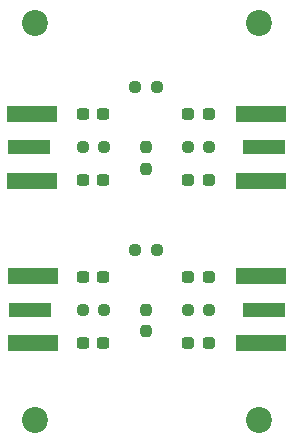
<source format=gbr>
%TF.GenerationSoftware,KiCad,Pcbnew,8.0.5-8.0.5-0~ubuntu22.04.1*%
%TF.CreationDate,2025-01-06T18:32:54-03:00*%
%TF.ProjectId,preenfasis,70726565-6e66-4617-9369-732e6b696361,v1.0*%
%TF.SameCoordinates,Original*%
%TF.FileFunction,Soldermask,Top*%
%TF.FilePolarity,Negative*%
%FSLAX46Y46*%
G04 Gerber Fmt 4.6, Leading zero omitted, Abs format (unit mm)*
G04 Created by KiCad (PCBNEW 8.0.5-8.0.5-0~ubuntu22.04.1) date 2025-01-06 18:32:54*
%MOMM*%
%LPD*%
G01*
G04 APERTURE LIST*
G04 Aperture macros list*
%AMRoundRect*
0 Rectangle with rounded corners*
0 $1 Rounding radius*
0 $2 $3 $4 $5 $6 $7 $8 $9 X,Y pos of 4 corners*
0 Add a 4 corners polygon primitive as box body*
4,1,4,$2,$3,$4,$5,$6,$7,$8,$9,$2,$3,0*
0 Add four circle primitives for the rounded corners*
1,1,$1+$1,$2,$3*
1,1,$1+$1,$4,$5*
1,1,$1+$1,$6,$7*
1,1,$1+$1,$8,$9*
0 Add four rect primitives between the rounded corners*
20,1,$1+$1,$2,$3,$4,$5,0*
20,1,$1+$1,$4,$5,$6,$7,0*
20,1,$1+$1,$6,$7,$8,$9,0*
20,1,$1+$1,$8,$9,$2,$3,0*%
G04 Aperture macros list end*
%ADD10RoundRect,0.237500X-0.287500X-0.237500X0.287500X-0.237500X0.287500X0.237500X-0.287500X0.237500X0*%
%ADD11RoundRect,0.237500X-0.250000X-0.237500X0.250000X-0.237500X0.250000X0.237500X-0.250000X0.237500X0*%
%ADD12C,2.200000*%
%ADD13RoundRect,0.237500X-0.237500X0.250000X-0.237500X-0.250000X0.237500X-0.250000X0.237500X0.250000X0*%
%ADD14R,3.600000X1.270000*%
%ADD15R,4.200000X1.350000*%
%ADD16RoundRect,0.237500X-0.300000X-0.237500X0.300000X-0.237500X0.300000X0.237500X-0.300000X0.237500X0*%
G04 APERTURE END LIST*
D10*
%TO.C,L2*%
X115965000Y-90424000D03*
X117715000Y-90424000D03*
%TD*%
D11*
%TO.C,R7*%
X107037500Y-73890500D03*
X108862500Y-73890500D03*
%TD*%
D12*
%TO.C,H3*%
X122000000Y-63390500D03*
%TD*%
D10*
%TO.C,L1*%
X115965000Y-84836000D03*
X117715000Y-84836000D03*
%TD*%
D11*
%TO.C,R8*%
X115927500Y-73890500D03*
X117752500Y-73890500D03*
%TD*%
%TO.C,R4*%
X115927500Y-87630000D03*
X117752500Y-87630000D03*
%TD*%
D13*
%TO.C,R2*%
X112395000Y-87630000D03*
X112395000Y-89455000D03*
%TD*%
D12*
%TO.C,H4*%
X103000000Y-63390500D03*
%TD*%
D14*
%TO.C,J3*%
X102543000Y-73890500D03*
D15*
X102743000Y-71065500D03*
X102743000Y-76715500D03*
%TD*%
D16*
%TO.C,C2*%
X107087500Y-90424000D03*
X108812500Y-90424000D03*
%TD*%
D11*
%TO.C,R1*%
X111482500Y-82550000D03*
X113307500Y-82550000D03*
%TD*%
D16*
%TO.C,C1*%
X107087500Y-84836000D03*
X108812500Y-84836000D03*
%TD*%
%TO.C,C3*%
X107087500Y-71096500D03*
X108812500Y-71096500D03*
%TD*%
D10*
%TO.C,L3*%
X115965000Y-71096500D03*
X117715000Y-71096500D03*
%TD*%
D11*
%TO.C,R5*%
X111482500Y-68810500D03*
X113307500Y-68810500D03*
%TD*%
D12*
%TO.C,H1*%
X122000000Y-97000000D03*
%TD*%
D14*
%TO.C,J2*%
X122374000Y-87630000D03*
D15*
X122174000Y-90455000D03*
X122174000Y-84805000D03*
%TD*%
D13*
%TO.C,R6*%
X112395000Y-73890500D03*
X112395000Y-75715500D03*
%TD*%
D14*
%TO.C,J4*%
X122374000Y-73890500D03*
D15*
X122174000Y-76715500D03*
X122174000Y-71065500D03*
%TD*%
D14*
%TO.C,J1*%
X102616000Y-87630000D03*
D15*
X102816000Y-84805000D03*
X102816000Y-90455000D03*
%TD*%
D12*
%TO.C,H2*%
X103000000Y-97000000D03*
%TD*%
D16*
%TO.C,C4*%
X107087500Y-76684500D03*
X108812500Y-76684500D03*
%TD*%
D11*
%TO.C,R3*%
X107037500Y-87630000D03*
X108862500Y-87630000D03*
%TD*%
D10*
%TO.C,L4*%
X115965000Y-76684500D03*
X117715000Y-76684500D03*
%TD*%
M02*

</source>
